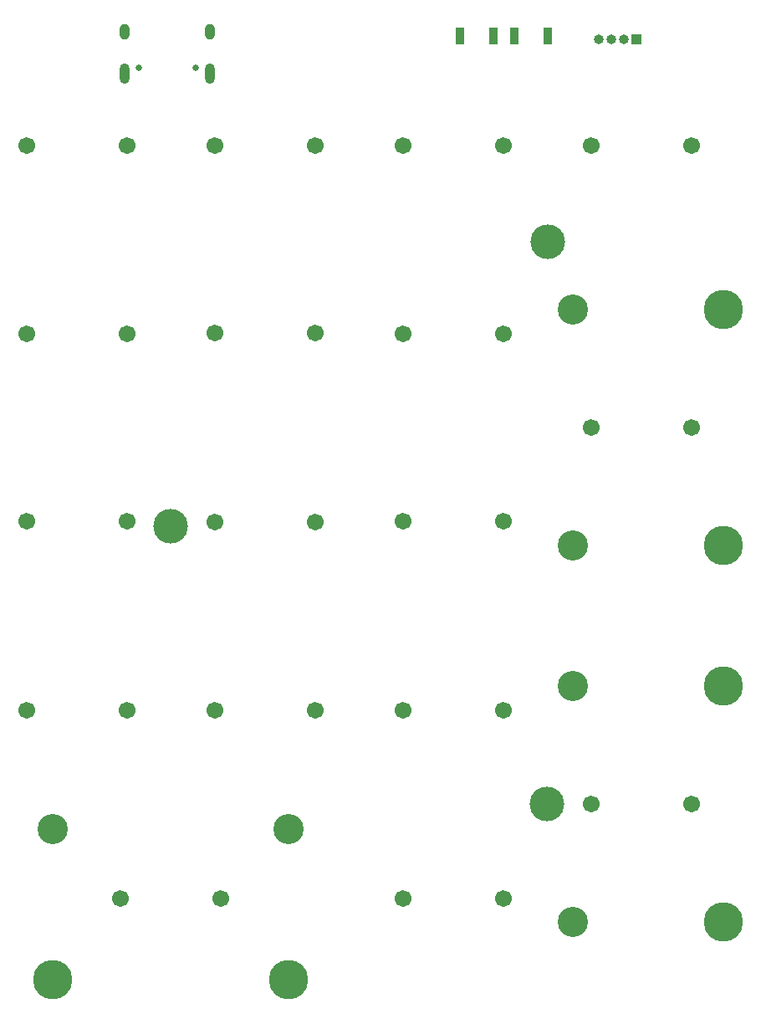
<source format=gts>
G04 #@! TF.GenerationSoftware,KiCad,Pcbnew,8.0.5*
G04 #@! TF.CreationDate,2024-11-11T15:57:41+01:00*
G04 #@! TF.ProjectId,Klawiatura analogowa,4b6c6177-6961-4747-9572-6120616e616c,rev?*
G04 #@! TF.SameCoordinates,Original*
G04 #@! TF.FileFunction,Soldermask,Top*
G04 #@! TF.FilePolarity,Negative*
%FSLAX46Y46*%
G04 Gerber Fmt 4.6, Leading zero omitted, Abs format (unit mm)*
G04 Created by KiCad (PCBNEW 8.0.5) date 2024-11-11 15:57:41*
%MOMM*%
%LPD*%
G01*
G04 APERTURE LIST*
%ADD10R,1.000000X1.000000*%
%ADD11O,1.000000X1.000000*%
%ADD12C,3.500000*%
%ADD13R,0.900000X1.700000*%
%ADD14C,1.701800*%
%ADD15C,3.048000*%
%ADD16C,3.987800*%
%ADD17O,1.000000X2.100000*%
%ADD18O,1.000000X1.600000*%
%ADD19C,0.650000*%
G04 APERTURE END LIST*
D10*
X173200000Y-41650000D03*
D11*
X171930000Y-41650000D03*
X170660000Y-41650000D03*
X169390000Y-41650000D03*
D12*
X164200000Y-62150000D03*
X164150000Y-119050000D03*
D13*
X160850000Y-41300000D03*
X164250000Y-41300000D03*
D14*
X111477500Y-109529500D03*
X121637500Y-109529500D03*
X130527500Y-90479500D03*
X140687500Y-90479500D03*
X111480000Y-71450000D03*
X121640000Y-71450000D03*
X130527500Y-109529500D03*
X140687500Y-109529500D03*
D15*
X166722500Y-69016500D03*
X166722500Y-92892500D03*
D14*
X168627500Y-80954500D03*
X178787500Y-80954500D03*
D16*
X181962500Y-69016500D03*
X181962500Y-92892500D03*
D15*
X166722500Y-107116500D03*
X166722500Y-130992500D03*
D14*
X168627500Y-119054500D03*
X178787500Y-119054500D03*
D16*
X181962500Y-107116500D03*
X181962500Y-130992500D03*
D14*
X149577500Y-109529500D03*
X159737500Y-109529500D03*
X168627500Y-52379500D03*
X178787500Y-52379500D03*
X111451250Y-90471250D03*
X121611250Y-90471250D03*
X130527500Y-52379500D03*
X140687500Y-52379500D03*
D12*
X126000000Y-90900000D03*
D14*
X149577500Y-71429500D03*
X159737500Y-71429500D03*
X149577500Y-52379500D03*
X159737500Y-52379500D03*
X149581250Y-90457000D03*
X159741250Y-90457000D03*
X130537500Y-71412000D03*
X140697500Y-71412000D03*
X149577500Y-128579500D03*
X159737500Y-128579500D03*
D15*
X114132000Y-121615000D03*
D16*
X114132000Y-136855000D03*
D14*
X120990000Y-128600000D03*
X131150000Y-128600000D03*
D15*
X138008000Y-121615000D03*
D16*
X138008000Y-136855000D03*
D14*
X111470000Y-52390000D03*
X121630000Y-52390000D03*
D13*
X158750000Y-41300000D03*
X155350000Y-41300000D03*
D17*
X130020000Y-45105000D03*
D18*
X130020000Y-40925000D03*
D17*
X121380000Y-45105000D03*
D18*
X121380000Y-40925000D03*
D19*
X128590000Y-44575000D03*
X122810000Y-44575000D03*
M02*

</source>
